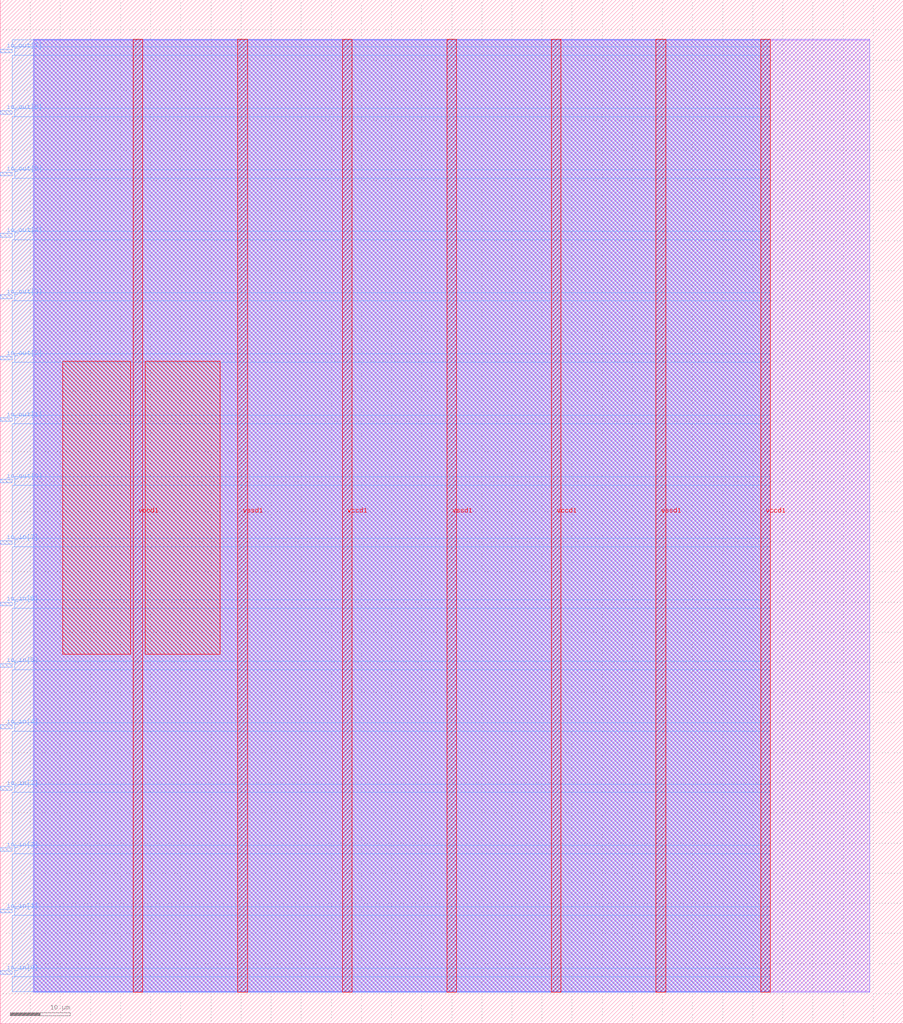
<source format=lef>
VERSION 5.7 ;
  NOWIREEXTENSIONATPIN ON ;
  DIVIDERCHAR "/" ;
  BUSBITCHARS "[]" ;
MACRO thunderbird_taillight_ctrl
  CLASS BLOCK ;
  FOREIGN thunderbird_taillight_ctrl ;
  ORIGIN 0.000 0.000 ;
  SIZE 150.000 BY 170.000 ;
  PIN io_in[0]
    DIRECTION INPUT ;
    USE SIGNAL ;
    PORT
      LAYER met3 ;
        RECT 0.000 8.200 2.000 8.800 ;
    END
  END io_in[0]
  PIN io_in[1]
    DIRECTION INPUT ;
    USE SIGNAL ;
    PORT
      LAYER met3 ;
        RECT 0.000 18.400 2.000 19.000 ;
    END
  END io_in[1]
  PIN io_in[2]
    DIRECTION INPUT ;
    USE SIGNAL ;
    PORT
      LAYER met3 ;
        RECT 0.000 28.600 2.000 29.200 ;
    END
  END io_in[2]
  PIN io_in[3]
    DIRECTION INPUT ;
    USE SIGNAL ;
    PORT
      LAYER met3 ;
        RECT 0.000 38.800 2.000 39.400 ;
    END
  END io_in[3]
  PIN io_in[4]
    DIRECTION INPUT ;
    USE SIGNAL ;
    PORT
      LAYER met3 ;
        RECT 0.000 49.000 2.000 49.600 ;
    END
  END io_in[4]
  PIN io_in[5]
    DIRECTION INPUT ;
    USE SIGNAL ;
    PORT
      LAYER met3 ;
        RECT 0.000 59.200 2.000 59.800 ;
    END
  END io_in[5]
  PIN io_in[6]
    DIRECTION INPUT ;
    USE SIGNAL ;
    PORT
      LAYER met3 ;
        RECT 0.000 69.400 2.000 70.000 ;
    END
  END io_in[6]
  PIN io_in[7]
    DIRECTION INPUT ;
    USE SIGNAL ;
    PORT
      LAYER met3 ;
        RECT 0.000 79.600 2.000 80.200 ;
    END
  END io_in[7]
  PIN io_out[0]
    DIRECTION OUTPUT TRISTATE ;
    USE SIGNAL ;
    PORT
      LAYER met3 ;
        RECT 0.000 89.800 2.000 90.400 ;
    END
  END io_out[0]
  PIN io_out[1]
    DIRECTION OUTPUT TRISTATE ;
    USE SIGNAL ;
    PORT
      LAYER met3 ;
        RECT 0.000 100.000 2.000 100.600 ;
    END
  END io_out[1]
  PIN io_out[2]
    DIRECTION OUTPUT TRISTATE ;
    USE SIGNAL ;
    PORT
      LAYER met3 ;
        RECT 0.000 110.200 2.000 110.800 ;
    END
  END io_out[2]
  PIN io_out[3]
    DIRECTION OUTPUT TRISTATE ;
    USE SIGNAL ;
    PORT
      LAYER met3 ;
        RECT 0.000 120.400 2.000 121.000 ;
    END
  END io_out[3]
  PIN io_out[4]
    DIRECTION OUTPUT TRISTATE ;
    USE SIGNAL ;
    PORT
      LAYER met3 ;
        RECT 0.000 130.600 2.000 131.200 ;
    END
  END io_out[4]
  PIN io_out[5]
    DIRECTION OUTPUT TRISTATE ;
    USE SIGNAL ;
    PORT
      LAYER met3 ;
        RECT 0.000 140.800 2.000 141.400 ;
    END
  END io_out[5]
  PIN io_out[6]
    DIRECTION OUTPUT TRISTATE ;
    USE SIGNAL ;
    PORT
      LAYER met3 ;
        RECT 0.000 151.000 2.000 151.600 ;
    END
  END io_out[6]
  PIN io_out[7]
    DIRECTION OUTPUT TRISTATE ;
    USE SIGNAL ;
    PORT
      LAYER met3 ;
        RECT 0.000 161.200 2.000 161.800 ;
    END
  END io_out[7]
  PIN vccd1
    DIRECTION INOUT ;
    USE POWER ;
    PORT
      LAYER met4 ;
        RECT 22.090 5.200 23.690 163.440 ;
    END
    PORT
      LAYER met4 ;
        RECT 56.830 5.200 58.430 163.440 ;
    END
    PORT
      LAYER met4 ;
        RECT 91.570 5.200 93.170 163.440 ;
    END
    PORT
      LAYER met4 ;
        RECT 126.310 5.200 127.910 163.440 ;
    END
  END vccd1
  PIN vssd1
    DIRECTION INOUT ;
    USE GROUND ;
    PORT
      LAYER met4 ;
        RECT 39.460 5.200 41.060 163.440 ;
    END
    PORT
      LAYER met4 ;
        RECT 74.200 5.200 75.800 163.440 ;
    END
    PORT
      LAYER met4 ;
        RECT 108.940 5.200 110.540 163.440 ;
    END
  END vssd1
  OBS
      LAYER li1 ;
        RECT 5.520 5.355 144.440 163.285 ;
      LAYER met1 ;
        RECT 5.520 5.200 144.440 163.440 ;
      LAYER met2 ;
        RECT 5.620 5.255 127.880 163.385 ;
      LAYER met3 ;
        RECT 2.000 162.200 127.900 163.365 ;
        RECT 2.400 160.800 127.900 162.200 ;
        RECT 2.000 152.000 127.900 160.800 ;
        RECT 2.400 150.600 127.900 152.000 ;
        RECT 2.000 141.800 127.900 150.600 ;
        RECT 2.400 140.400 127.900 141.800 ;
        RECT 2.000 131.600 127.900 140.400 ;
        RECT 2.400 130.200 127.900 131.600 ;
        RECT 2.000 121.400 127.900 130.200 ;
        RECT 2.400 120.000 127.900 121.400 ;
        RECT 2.000 111.200 127.900 120.000 ;
        RECT 2.400 109.800 127.900 111.200 ;
        RECT 2.000 101.000 127.900 109.800 ;
        RECT 2.400 99.600 127.900 101.000 ;
        RECT 2.000 90.800 127.900 99.600 ;
        RECT 2.400 89.400 127.900 90.800 ;
        RECT 2.000 80.600 127.900 89.400 ;
        RECT 2.400 79.200 127.900 80.600 ;
        RECT 2.000 70.400 127.900 79.200 ;
        RECT 2.400 69.000 127.900 70.400 ;
        RECT 2.000 60.200 127.900 69.000 ;
        RECT 2.400 58.800 127.900 60.200 ;
        RECT 2.000 50.000 127.900 58.800 ;
        RECT 2.400 48.600 127.900 50.000 ;
        RECT 2.000 39.800 127.900 48.600 ;
        RECT 2.400 38.400 127.900 39.800 ;
        RECT 2.000 29.600 127.900 38.400 ;
        RECT 2.400 28.200 127.900 29.600 ;
        RECT 2.000 19.400 127.900 28.200 ;
        RECT 2.400 18.000 127.900 19.400 ;
        RECT 2.000 9.200 127.900 18.000 ;
        RECT 2.400 7.800 127.900 9.200 ;
        RECT 2.000 5.275 127.900 7.800 ;
      LAYER met4 ;
        RECT 10.415 61.375 21.690 109.985 ;
        RECT 24.090 61.375 36.505 109.985 ;
  END
END thunderbird_taillight_ctrl
END LIBRARY


</source>
